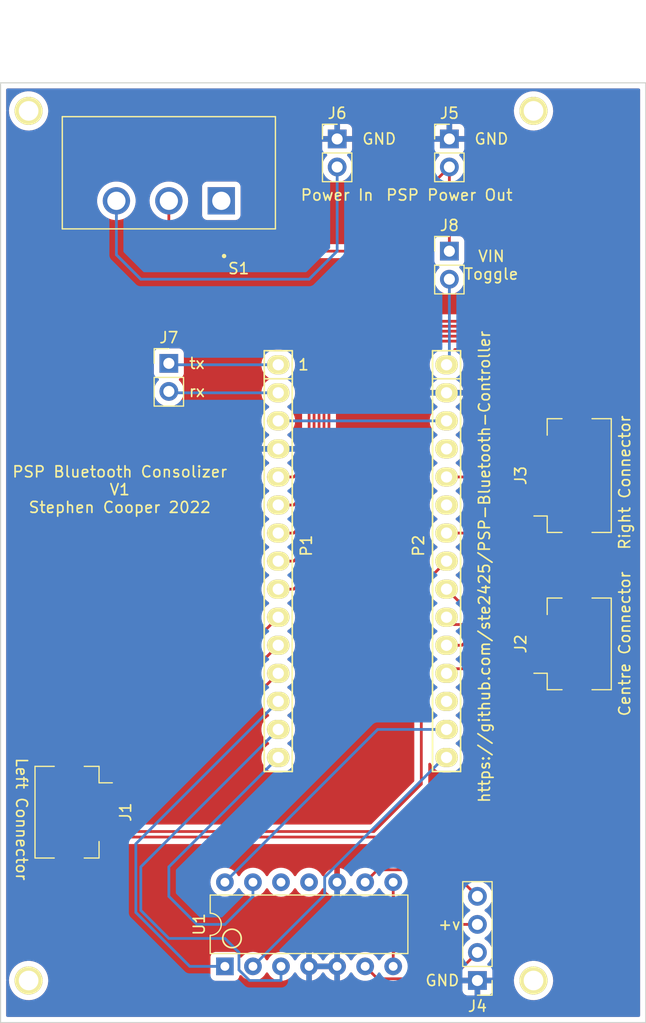
<source format=kicad_pcb>
(kicad_pcb (version 20211014) (generator pcbnew)
  (title_block (date "jeu. 02 avril 2015"))
  (layers (0 "F.Cu" signal) (31 "B.Cu" signal) (34 "B.Paste" user) (35 "F.Paste" user) (36 "B.SilkS" user "B.Silkscreen") (37 "F.SilkS" user "F.Silkscreen") (38 "B.Mask" user) (39 "F.Mask" user) (44 "Edge.Cuts" user))
  (net 0 "")
  (net 1 "/1(Tx)")
  (net 2 "/0(Rx)")
  (net 3 "/Reset")
  (net 4 "GND")
  (net 5 "/2")
  (net 6 "/3(**)")
  (net 7 "/4")
  (net 8 "/5(**)")
  (net 9 "/6(**)")
  (net 10 "/7")
  (net 11 "/8")
  (net 12 "/9(**)")
  (net 13 "/A4 (D18)")
  (net 14 "+5V")
  (net 15 "/A5 (D19)")
  (net 16 "/A0 (D14)")
  (net 19 "/A1 (D15)")
  (net 21 "/A2 (D16)")
  (net 22 "/A3 (D17)")
  (net 23 "/AREF")
  (net 24 "/13(SCK)")
  (net 25 "+3V3")
  (net 26 "/12(MISO)")
  (net 27 "/10(**{slash}SS)")
  (net 28 "/11(**{slash}MOSI)")
  (net 33 "/A7 (D21)")
  (net 38 "Net-(J4-Pad2)")
  (net 39 "Net-(J4-Pad3)")
  (net 40 "Net-(J4-Pad4)")
  (net 41 "VIN")
  (net 42 "Net-(J6-Pad2)")
  (net 43 "/A6 (D20)")
  (net 47 "Net-(J5-Pad2)")
  (footprint "Socket_Arduino_Nano:Socket_Strip_Arduino_1x15" (layer "F.Cu") (at 139.446 71.247 -90)
    (fp_text reference "P1" (at 16.383 -2.54 -90) (layer "F.SilkS"))
    (fp_text value "Digital")
    (fp_line (start 1.27 -1.27) (end 36.83 -1.27) (layer "F.SilkS") (width 0.15))
    (fp_line (start -1.27 1.27) (end 1.27 1.27) (layer "F.SilkS") (width 0.15))
    (fp_line (start 36.83 1.27) (end 1.27 1.27) (layer "F.SilkS") (width 0.15))
    (fp_line (start 36.83 -1.27) (end 36.83 1.27) (layer "F.SilkS") (width 0.15))
    (fp_line (start 1.27 -1.27) (end -1.27 -1.27) (layer "F.SilkS") (width 0.15))
    (fp_line (start -1.27 -1.27) (end -1.27 1.27) (layer "F.SilkS") (width 0.15))
    (fp_line (start 1.27 1.27) (end 1.27 -1.27) (layer "F.SilkS") (width 0.15))
    (pad "1" thru_hole oval locked (at 0 0 270) (size 1.7272 2.032) (drill 1.016) (layers *.Cu *.Mask "F.SilkS") (net 1 "/1(Tx)"))
    (pad "2" thru_hole oval locked (at 2.54 0 270) (size 1.7272 2.032) (drill 1.016) (layers *.Cu *.Mask "F.SilkS") (net 2 "/0(Rx)"))
    (pad "3" thru_hole oval locked (at 5.08 0 270) (size 1.7272 2.032) (drill 1.016) (layers *.Cu *.Mask "F.SilkS") (net 3 "/Reset"))
    (pad "4" thru_hole oval locked (at 7.62 0 270) (size 1.7272 2.032) (drill 1.016) (layers *.Cu *.Mask "F.SilkS") (net 4 "GND"))
    (pad "5" thru_hole oval locked (at 10.16 0 270) (size 1.7272 2.032) (drill 1.016) (layers *.Cu *.Mask "F.SilkS") (net 5 "/2"))
    (pad "6" thru_hole oval locked (at 12.7 0 270) (size 1.7272 2.032) (drill 1.016) (layers *.Cu *.Mask "F.SilkS") (net 6 "/3(**)"))
    (pad "7" thru_hole oval locked (at 15.24 0 270) (size 1.7272 2.032) (drill 1.016) (layers *.Cu *.Mask "F.SilkS") (net 7 "/4"))
    (pad "8" thru_hole oval locked (at 17.78 0 270) (size 1.7272 2.032) (drill 1.016) (layers *.Cu *.Mask "F.SilkS") (net 8 "/5(**)"))
    (pad "9" thru_hole oval locked (at 20.32 0 270) (size 1.7272 2.032) (drill 1.016) (layers *.Cu *.Mask "F.SilkS") (net 9 "/6(**)"))
    (pad "10" thru_hole oval locked (at 22.86 0 270) (size 1.7272 2.032) (drill 1.016) (layers *.Cu *.Mask "F.SilkS") (net 10 "/7"))
    (pad "11" thru_hole oval locked (at 25.4 0 270) (size 1.7272 2.032) (drill 1.016) (layers *.Cu *.Mask "F.SilkS") (net 11 "/8"))
    (pad "12" thru_hole oval locked (at 27.94 0 270) (size 1.7272 2.032) (drill 1.016) (layers *.Cu *.Mask "F.SilkS") (net 12 "/9(**)"))
    (pad "13" thru_hole oval locked (at 30.48 0 270) (size 1.7272 2.032) (drill 1.016) (layers *.Cu *.Mask "F.SilkS") (net 27 "/10(**{slash}SS)"))
    (pad "14" thru_hole oval locked (at 33.02 0 270) (size 1.7272 2.032) (drill 1.016) (layers *.Cu *.Mask "F.SilkS") (net 28 "/11(**{slash}MOSI)"))
    (pad "15" thru_hole oval locked (at 35.56 0 270) (size 1.7272 2.032) (drill 1.016) (layers *.Cu *.Mask "F.SilkS") (net 26 "/12(MISO)"))
  )
  (footprint "Socket_Arduino_Nano:Socket_Strip_Arduino_1x15" (layer "F.Cu") (at 154.686 71.247 -90)
    (fp_text reference "P2" (at 16.383 2.54 -90) (layer "F.SilkS"))
    (fp_text value "Analog")
    (fp_line (start -1.27 -1.27) (end -1.27 1.27) (layer "F.SilkS") (width 0.15))
    (fp_line (start 1.27 -1.27) (end -1.27 -1.27) (layer "F.SilkS") (width 0.15))
    (fp_line (start 36.83 -1.27) (end 36.83 1.27) (layer "F.SilkS") (width 0.15))
    (fp_line (start 1.27 -1.27) (end 36.83 -1.27) (layer "F.SilkS") (width 0.15))
    (fp_line (start 1.27 1.27) (end 1.27 -1.27) (layer "F.SilkS") (width 0.15))
    (fp_line (start -1.27 1.27) (end 1.27 1.27) (layer "F.SilkS") (width 0.15))
    (fp_line (start 36.83 1.27) (end 1.27 1.27) (layer "F.SilkS") (width 0.15))
    (pad "1" thru_hole oval locked (at 0 0 270) (size 1.7272 2.032) (drill 1.016) (layers *.Cu *.Mask "F.SilkS") (net 41 "VIN"))
    (pad "2" thru_hole oval locked (at 2.54 0 270) (size 1.7272 2.032) (drill 1.016) (layers *.Cu *.Mask "F.SilkS") (net 4 "GND"))
    (pad "3" thru_hole oval locked (at 5.08 0 270) (size 1.7272 2.032) (drill 1.016) (layers *.Cu *.Mask "F.SilkS") (net 3 "/Reset"))
    (pad "4" thru_hole oval locked (at 7.62 0 270) (size 1.7272 2.032) (drill 1.016) (layers *.Cu *.Mask "F.SilkS") (net 14 "+5V"))
    (pad "5" thru_hole oval locked (at 10.16 0 270) (size 1.7272 2.032) (drill 1.016) (layers *.Cu *.Mask "F.SilkS") (net 33 "/A7 (D21)"))
    (pad "6" thru_hole oval locked (at 12.7 0 270) (size 1.7272 2.032) (drill 1.016) (layers *.Cu *.Mask "F.SilkS") (net 43 "/A6 (D20)"))
    (pad "7" thru_hole oval locked (at 15.24 0 270) (size 1.7272 2.032) (drill 1.016) (layers *.Cu *.Mask "F.SilkS") (net 15 "/A5 (D19)"))
    (pad "8" thru_hole oval locked (at 17.78 0 270) (size 1.7272 2.032) (drill 1.016) (layers *.Cu *.Mask "F.SilkS") (net 13 "/A4 (D18)"))
    (pad "9" thru_hole oval locked (at 20.32 0 270) (size 1.7272 2.032) (drill 1.016) (layers *.Cu *.Mask "F.SilkS") (net 22 "/A3 (D17)"))
    (pad "10" thru_hole oval locked (at 22.86 0 270) (size 1.7272 2.032) (drill 1.016) (layers *.Cu *.Mask "F.SilkS") (net 21 "/A2 (D16)"))
    (pad "11" thru_hole oval locked (at 25.4 0 270) (size 1.7272 2.032) (drill 1.016) (layers *.Cu *.Mask "F.SilkS") (net 19 "/A1 (D15)"))
    (pad "12" thru_hole oval locked (at 27.94 0 270) (size 1.7272 2.032) (drill 1.016) (layers *.Cu *.Mask "F.SilkS") (net 16 "/A0 (D14)"))
    (pad "13" thru_hole oval locked (at 30.48 0 270) (size 1.7272 2.032) (drill 1.016) (layers *.Cu *.Mask "F.SilkS") (net 23 "/AREF"))
    (pad "14" thru_hole oval locked (at 33.02 0 270) (size 1.7272 2.032) (drill 1.016) (layers *.Cu *.Mask "F.SilkS") (net 25 "+3V3"))
    (pad "15" thru_hole oval locked (at 35.56 0 270) (size 1.7272 2.032) (drill 1.016) (layers *.Cu *.Mask "F.SilkS") (net 24 "/13(SCK)"))
  )
  (footprint "Socket_Arduino_Nano:1pin_Nano" (layer "F.Cu") (at 116.84 48.26)
    (fp_text reference "P3" hide)
    (fp_text value "CONN_01X01" hide)
    (pad "1" thru_hole circle locked (at 0 0) (size 2.54 2.54) (drill 1.778) (layers *.Cu *.Mask "F.SilkS"))
  )
  (footprint "Socket_Arduino_Nano:1pin_Nano" (layer "F.Cu") (at 116.84 127)
    (fp_text reference "P4" hide)
    (fp_text value "CONN_01X01" hide)
    (pad "1" thru_hole circle locked (at 0 0) (size 2.54 2.54) (drill 1.778) (layers *.Cu *.Mask "F.SilkS"))
  )
  (footprint "Socket_Arduino_Nano:1pin_Nano" (layer "F.Cu") (at 162.56 127)
    (fp_text reference "P5" hide)
    (fp_text value "CONN_01X01" hide)
    (pad "1" thru_hole circle locked (at 0 0) (size 2.54 2.54) (drill 1.778) (layers *.Cu *.Mask "F.SilkS"))
  )
  (footprint "Socket_Arduino_Nano:1pin_Nano" (layer "F.Cu") (at 162.56 48.26)
    (fp_text reference "P6" hide)
    (fp_text value "CONN_01X01" hide)
    (pad "1" thru_hole circle locked (at 0 0) (size 2.54 2.54) (drill 1.778) (layers *.Cu *.Mask "F.SilkS"))
  )
  (footprint "L102021ML04Q:SW_L102021ML04Q" (layer "F.Cu") (at 129.54 56.4025 180)
    (fp_text reference "S1" (at -6.325 -6.135) (layer "F.SilkS"))
    (fp_text value "L102021ML04Q")
    (fp_line (start -9.65 7.62) (end -9.65 -2.54) (layer "F.SilkS") (width 0.127))
    (fp_line (start 9.65 -2.54) (end 9.65 7.62) (layer "F.SilkS") (width 0.127))
    (fp_line (start 9.65 7.62) (end -9.65 7.62) (layer "F.SilkS") (width 0.127))
    (fp_line (start -9.65 -2.54) (end 9.65 -2.54) (layer "F.SilkS") (width 0.127))
    (fp_circle (center -5 -5) (end -4.9 -5) (layer "F.SilkS") (width 0.2) (fill none))
    (pad "1" thru_hole rect (at -4.75 0 180) (size 2.475 2.475) (drill 1.65) (layers *.Cu *.Mask))
    (pad "2" thru_hole circle (at 0 0 180) (size 2.475 2.475) (drill 1.65) (layers *.Cu *.Mask) (net 47 "Net-(J5-Pad2)"))
    (pad "3" thru_hole circle (at 4.75 0 180) (size 2.475 2.475) (drill 1.65) (layers *.Cu *.Mask) (net 42 "Net-(J6-Pad2)"))
  )
  (footprint "Package_DIP:DIP-14_W7.62mm" (layer "F.Cu") (at 134.615 125.72 90)
    (fp_text reference "U1" (at 3.81 -2.33 90) (layer "F.SilkS"))
    (fp_text value "MCP4251-xxxx-P")
    (fp_line (start 2.81 -1.33) (end 1.16 -1.33) (layer "F.SilkS") (width 0.12))
    (fp_line (start 1.16 16.57) (end 6.46 16.57) (layer "F.SilkS") (width 0.12))
    (fp_line (start 6.46 -1.33) (end 4.81 -1.33) (layer "F.SilkS") (width 0.12))
    (fp_line (start 6.46 16.57) (end 6.46 -1.33) (layer "F.SilkS") (width 0.12))
    (fp_line (start 1.16 -1.33) (end 1.16 16.57) (layer "F.SilkS") (width 0.12))
    (fp_arc (start 4.81 -1.33) (mid 3.81 -0.33) (end 2.81 -1.33) (layer "F.SilkS") (width 0.12))
    (pad "1" thru_hole rect (at 0 0 90) (size 1.6 1.6) (drill 0.8) (layers *.Cu *.Mask) (net 27 "/10(**{slash}SS)"))
    (pad "2" thru_hole oval (at 0 2.54 90) (size 1.6 1.6) (drill 0.8) (layers *.Cu *.Mask) (net 24 "/13(SCK)"))
    (pad "3" thru_hole oval (at 0 5.08 90) (size 1.6 1.6) (drill 0.8) (layers *.Cu *.Mask) (net 28 "/11(**{slash}MOSI)"))
    (pad "4" thru_hole oval (at 0 7.62 90) (size 1.6 1.6) (drill 0.8) (layers *.Cu *.Mask) (net 4 "GND"))
    (pad "5" thru_hole oval (at 0 10.16 90) (size 1.6 1.6) (drill 0.8) (layers *.Cu *.Mask) (net 4 "GND"))
    (pad "6" thru_hole oval (at 0 12.7 90) (size 1.6 1.6) (drill 0.8) (layers *.Cu *.Mask) (net 38 "Net-(J4-Pad2)"))
    (pad "7" thru_hole oval (at 0 15.24 90) (size 1.6 1.6) (drill 0.8) (layers *.Cu *.Mask) (net 39 "Net-(J4-Pad3)"))
    (pad "8" thru_hole oval (at 7.62 15.24 90) (size 1.6 1.6) (drill 0.8) (layers *.Cu *.Mask) (net 39 "Net-(J4-Pad3)"))
    (pad "9" thru_hole oval (at 7.62 12.7 90) (size 1.6 1.6) (drill 0.8) (layers *.Cu *.Mask) (net 40 "Net-(J4-Pad4)"))
    (pad "10" thru_hole oval (at 7.62 10.16 90) (size 1.6 1.6) (drill 0.8) (layers *.Cu *.Mask) (net 4 "GND"))
    (pad "11" thru_hole oval (at 7.62 7.62 90) (size 1.6 1.6) (drill 0.8) (layers *.Cu *.Mask))
    (pad "12" thru_hole oval (at 7.62 5.08 90) (size 1.6 1.6) (drill 0.8) (layers *.Cu *.Mask))
    (pad "13" thru_hole oval (at 7.62 2.54 90) (size 1.6 1.6) (drill 0.8) (layers *.Cu *.Mask) (net 26 "/12(MISO)"))
    (pad "14" thru_hole oval (at 7.62 0 90) (size 1.6 1.6) (drill 0.8) (layers *.Cu *.Mask) (net 25 "+3V3"))
  )
  (footprint "Connector_PinHeader_2.54mm:PinHeader_1x02_P2.54mm_Vertical" (layer "F.Cu") (at 129.54 71.12)
    (fp_text reference "J7" (at 0 -2.33) (layer "F.SilkS"))
    (fp_text value "Serial")
    (fp_line (start -1.33 -1.33) (end 0 -1.33) (layer "F.SilkS") (width 0.12))
    (fp_line (start 1.33 1.27) (end 1.33 3.87) (layer "F.SilkS") (width 0.12))
    (fp_line (start -1.33 3.87) (end 1.33 3.87) (layer "F.SilkS") (width 0.12))
    (fp_line (start -1.33 1.27) (end -1.33 3.87) (layer "F.SilkS") (width 0.12))
    (fp_line (start -1.33 0) (end -1.33 -1.33) (layer "F.SilkS") (width 0.12))
    (fp_line (start -1.33 1.27) (end 1.33 1.27) (layer "F.SilkS") (width 0.12))
    (pad "1" thru_hole rect (at 0 0) (size 1.7 1.7) (drill 1) (layers *.Cu *.Mask) (net 1 "/1(Tx)"))
    (pad "2" thru_hole oval (at 0 2.54) (size 1.7 1.7) (drill 1) (layers *.Cu *.Mask) (net 2 "/0(Rx)"))
  )
  (footprint "Connector_FFC-FPC:Hirose_FH12-14S-0.5SH_1x14-1MP_P0.50mm_Horizontal" (layer "F.Cu") (at 165.1 81.28 90)
    (fp_text reference "J3" (at 0 -3.7 90) (layer "F.SilkS"))
    (fp_text value "Right Connector")
    (fp_line (start 3.66 -1.3) (end 5.15 -1.3) (layer "F.SilkS") (width 0.12))
    (fp_line (start -3.66 -1.3) (end -5.15 -1.3) (layer "F.SilkS") (width 0.12))
    (fp_line (start -5.15 4.5) (end 5.15 4.5) (layer "F.SilkS") (width 0.12))
    (fp_line (start 5.15 4.5) (end 5.15 2.76) (layer "F.SilkS") (width 0.12))
    (fp_line (start -3.66 -1.3) (end -3.66 -2.5) (layer "F.SilkS") (width 0.12))
    (fp_line (start -5.15 2.76) (end -5.15 4.5) (layer "F.SilkS") (width 0.12))
    (fp_line (start -5.15 -1.3) (end -5.15 0.04) (layer "F.SilkS") (width 0.12))
    (fp_line (start 5.15 -1.3) (end 5.15 0.04) (layer "F.SilkS") (width 0.12))
    (pad "1" smd rect (at -3.25 -1.85 90) (size 0.3 1.3) (layers "F.Cu" "F.Paste" "F.Mask") (net 9 "/6(**)"))
    (pad "2" smd rect (at -2.75 -1.85 90) (size 0.3 1.3) (layers "F.Cu" "F.Paste" "F.Mask") (net 8 "/5(**)"))
    (pad "3" smd rect (at -2.25 -1.85 90) (size 0.3 1.3) (layers "F.Cu" "F.Paste" "F.Mask") (net 7 "/4"))
    (pad "4" smd rect (at -1.75 -1.85 90) (size 0.3 1.3) (layers "F.Cu" "F.Paste" "F.Mask") (net 6 "/3(**)"))
    (pad "5" smd rect (at -1.25 -1.85 90) (size 0.3 1.3) (layers "F.Cu" "F.Paste" "F.Mask") (net 5 "/2"))
    (pad "6" smd rect (at -0.75 -1.85 90) (size 0.3 1.3) (layers "F.Cu" "F.Paste" "F.Mask") (net 4 "GND"))
    (pad "7" smd rect (at -0.25 -1.85 90) (size 0.3 1.3) (layers "F.Cu" "F.Paste" "F.Mask") (net 4 "GND"))
    (pad "8" smd rect (at 0.25 -1.85 90) (size 0.3 1.3) (layers "F.Cu" "F.Paste" "F.Mask") (net 4 "GND"))
    (pad "9" smd rect (at 0.75 -1.85 90) (size 0.3 1.3) (layers "F.Cu" "F.Paste" "F.Mask") (net 4 "GND"))
    (pad "10" smd rect (at 1.25 -1.85 90) (size 0.3 1.3) (layers "F.Cu" "F.Paste" "F.Mask") (net 33 "/A7 (D21)"))
    (pad "11" smd rect (at 1.75 -1.85 90) (size 0.3 1.3) (layers "F.Cu" "F.Paste" "F.Mask"))
    (pad "12" smd rect (at 2.25 -1.85 90) (size 0.3 1.3) (layers "F.Cu" "F.Paste" "F.Mask"))
    (pad "13" smd rect (at 2.75 -1.85 90) (size 0.3 1.3) (layers "F.Cu" "F.Paste" "F.Mask"))
    (pad "14" smd rect (at 3.25 -1.85 90) (size 0.3 1.3) (layers "F.Cu" "F.Paste" "F.Mask"))
    (pad "MP" smd rect (at -5.15 1.4 90) (size 1.8 2.2) (layers "F.Cu" "F.Paste" "F.Mask"))
    (pad "MP" smd rect (at 5.15 1.4 90) (size 1.8 2.2) (layers "F.Cu" "F.Paste" "F.Mask"))
  )
  (footprint "Connector_PinHeader_2.54mm:PinHeader_1x04_P2.54mm_Vertical" (layer "F.Cu") (at 157.48 127 180)
    (fp_text reference "J4" (at 0 -2.33) (layer "F.SilkS"))
    (fp_text value "Analog Connector")
    (fp_line (start -1.33 8.95) (end 1.33 8.95) (layer "F.SilkS") (width 0.12))
    (fp_line (start -1.33 -1.33) (end 0 -1.33) (layer "F.SilkS") (width 0.12))
    (fp_line (start -1.33 1.27) (end 1.33 1.27) (layer "F.SilkS") (width 0.12))
    (fp_line (start -1.33 1.27) (end -1.33 8.95) (layer "F.SilkS") (width 0.12))
    (fp_line (start -1.33 0) (end -1.33 -1.33) (layer "F.SilkS") (width 0.12))
    (fp_line (start 1.33 1.27) (end 1.33 8.95) (layer "F.SilkS") (width 0.12))
    (pad "1" thru_hole rect (at 0 0 180) (size 1.7 1.7) (drill 1) (layers *.Cu *.Mask) (net 4 "GND"))
    (pad "2" thru_hole oval (at 0 2.54 180) (size 1.7 1.7) (drill 1) (layers *.Cu *.Mask) (net 38 "Net-(J4-Pad2)"))
    (pad "3" thru_hole oval (at 0 5.08 180) (size 1.7 1.7) (drill 1) (layers *.Cu *.Mask) (net 39 "Net-(J4-Pad3)"))
    (pad "4" thru_hole oval (at 0 7.62 180) (size 1.7 1.7) (drill 1) (layers *.Cu *.Mask) (net 40 "Net-(J4-Pad4)"))
  )
  (footprint "Connector_PinHeader_2.54mm:PinHeader_1x02_P2.54mm_Vertical" (layer "F.Cu") (at 154.94 50.8)
    (fp_text reference "J5" (at 0 -2.33) (layer "F.SilkS"))
    (fp_text value "PSP Power out")
    (fp_line (start -1.33 -1.33) (end 0 -1.33) (layer "F.SilkS") (width 0.12))
    (fp_line (start -1.33 0) (end -1.33 -1.33) (layer "F.SilkS") (width 0.12))
    (fp_line (start -1.33 1.27) (end -1.33 3.87) (layer "F.SilkS") (width 0.12))
    (fp_line (start -1.33 1.27) (end 1.33 1.27) (layer "F.SilkS") (width 0.12))
    (fp_line (start 1.33 1.27) (end 1.33 3.87) (layer "F.SilkS") (width 0.12))
    (fp_line (start -1.33 3.87) (end 1.33 3.87) (layer "F.SilkS") (width 0.12))
    (pad "1" thru_hole rect (at 0 0) (size 1.7 1.7) (drill 1) (layers *.Cu *.Mask) (net 4 "GND"))
    (pad "2" thru_hole oval (at 0 2.54) (size 1.7 1.7) (drill 1) (layers *.Cu *.Mask) (net 47 "Net-(J5-Pad2)"))
  )
  (footprint "Connector_FFC-FPC:Hirose_FH12-10S-0.5SH_1x10-1MP_P0.50mm_Horizontal" (layer "F.Cu") (at 121.92 111.76 -90)
    (fp_text reference "J1" (at 0 -3.7 90) (layer "F.SilkS"))
    (fp_text value "Left Connector")
    (fp_line (start 4.15 -1.3) (end 4.15 0.04) (layer "F.SilkS") (width 0.12))
    (fp_line (start -4.15 2.76) (end -4.15 4.5) (layer "F.SilkS") (width 0.12))
    (fp_line (start 2.66 -1.3) (end 4.15 -1.3) (layer "F.SilkS") (width 0.12))
    (fp_line (start -4.15 -1.3) (end -4.15 0.04) (layer "F.SilkS") (width 0.12))
    (fp_line (start -2.66 -1.3) (end -4.15 -1.3) (layer "F.SilkS") (width 0.12))
    (fp_line (start 4.15 4.5) (end 4.15 2.76) (layer "F.SilkS") (width 0.12))
    (fp_line (start -4.15 4.5) (end 4.15 4.5) (layer "F.SilkS") (width 0.12))
    (fp_line (start -2.66 -1.3) (end -2.66 -2.5) (layer "F.SilkS") (width 0.12))
    (pad "1" smd rect (at -2.25 -1.85 270) (size 0.3 1.3) (layers "F.Cu" "F.Paste" "F.Mask") (net 4 "GND"))
    (pad "2" smd rect (at -1.75 -1.85 270) (size 0.3 1.3) (layers "F.Cu" "F.Paste" "F.Mask") (net 4 "GND"))
    (pad "3" smd rect (at -1.25 -1.85 270) (size 0.3 1.3) (layers "F.Cu" "F.Paste" "F.Mask") (net 4 "GND"))
    (pad "4" smd rect (at -0.75 -1.85 270) (size 0.3 1.3) (layers "F.Cu" "F.Paste" "F.Mask") (net 4 "GND"))
    (pad "5" smd rect (at -0.25 -1.85 270) (size 0.3 1.3) (layers "F.Cu" "F.Paste" "F.Mask") (net 4 "GND"))
    (pad "6" smd rect (at 0.25 -1.85 270) (size 0.3 1.3) (layers "F.Cu" "F.Paste" "F.Mask") (net 10 "/7"))
    (pad "7" smd rect (at 0.75 -1.85 270) (size 0.3 1.3) (layers "F.Cu" "F.Paste" "F.Mask") (net 11 "/8"))
    (pad "8" smd rect (at 1.25 -1.85 270) (size 0.3 1.3) (layers "F.Cu" "F.Paste" "F.Mask") (net 12 "/9(**)"))
    (pad "9" smd rect (at 1.75 -1.85 270) (size 0.3 1.3) (layers "F.Cu" "F.Paste" "F.Mask") (net 13 "/A4 (D18)"))
    (pad "10" smd rect (at 2.25 -1.85 270) (size 0.3 1.3) (layers "F.Cu" "F.Paste" "F.Mask") (net 15 "/A5 (D19)"))
    (pad "MP" smd rect (at -4.15 1.4 270) (size 1.8 2.2) (layers "F.Cu" "F.Paste" "F.Mask"))
    (pad "MP" smd rect (at 4.15 1.4 270) (size 1.8 2.2) (layers "F.Cu" "F.Paste" "F.Mask"))
  )
  (footprint "Connector_PinHeader_2.54mm:PinHeader_1x02_P2.54mm_Vertical" (layer "F.Cu") (at 154.94 60.96)
    (fp_text reference "J8" (at 0 -2.33) (layer "F.SilkS"))
    (fp_text value "Vin Toggle")
    (fp_line (start 1.33 1.27) (end 1.33 3.87) (layer "F.SilkS") (width 0.12))
    (fp_line (start -1.33 1.27) (end 1.33 1.27) (layer "F.SilkS") (width 0.12))
    (fp_line (start -1.33 1.27) (end -1.33 3.87) (layer "F.SilkS") (width 0.12))
    (fp_line (start -1.33 3.87) (end 1.33 3.87) (layer "F.SilkS") (width 0.12))
    (fp_line (start -1.33 0) (end -1.33 -1.33) (layer "F.SilkS") (width 0.12))
    (fp_line (start -1.33 -1.33) (end 0 -1.33) (layer "F.SilkS") (width 0.12))
    (pad "1" thru_hole rect (at 0 0) (size 1.7 1.7) (drill 1) (layers *.Cu *.Mask) (net 47 "Net-(J5-Pad2)"))
    (pad "2" thru_hole oval (at 0 2.54) (size 1.7 1.7) (drill 1) (layers *.Cu *.Mask) (net 41 "VIN"))
  )
  (footprint "Connector_PinHeader_2.54mm:PinHeader_1x02_P2.54mm_Vertical" (layer "F.Cu") (at 144.78 50.8)
    (fp_text reference "J6" (at 0 -2.33) (layer "F.SilkS"))
    (fp_text value "Power IN")
    (fp_line (start 1.33 1.27) (end 1.33 3.87) (layer "F.SilkS") (width 0.12))
    (fp_line (start -1.33 1.27) (end -1.33 3.87) (layer "F.SilkS") (width 0.12))
    (fp_line (start -1.33 0) (end -1.33 -1.33) (layer "F.SilkS") (width 0.12))
    (fp_line (start -1.33 3.87) (end 1.33 3.87) (layer "F.SilkS") (width 0.12))
    (fp_line (start -1.33 1.27) (end 1.33 1.27) (layer "F.SilkS") (width 0.12))
    (fp_line (start -1.33 -1.33) (end 0 -1.33) (layer "F.SilkS") (width 0.12))
    (pad "1" thru_hole rect (at 0 0) (size 1.7 1.7) (drill 1) (layers *.Cu *.Mask) (net 4 "GND"))
    (pad "2" thru_hole oval (at 0 2.54) (size 1.7 1.7) (drill 1) (layers *.Cu *.Mask) (net 42 "Net-(J6-Pad2)"))
  )
  (footprint "Connector_FFC-FPC:Hirose_FH12-10S-0.5SH_1x10-1MP_P0.50mm_Horizontal" (layer "F.Cu") (at 165.1 96.52 90)
    (fp_text reference "J2" (at 0 -3.7 90) (layer "F.SilkS"))
    (fp_text value "Center Connector")
    (fp_line (start -4.15 -1.3) (end -4.15 0.04) (layer "F.SilkS") (width 0.12))
    (fp_line (start -2.66 -1.3) (end -2.66 -2.5) (layer "F.SilkS") (width 0.12))
    (fp_line (start -2.66 -1.3) (end -4.15 -1.3) (layer "F.SilkS") (width 0.12))
    (fp_line (start -4.15 2.76) (end -4.15 4.5) (layer "F.SilkS") (width 0.12))
    (fp_line (start 4.15 4.5) (end 4.15 2.76) (layer "F.SilkS") (width 0.12))
    (fp_line (start 4.15 -1.3) (end 4.15 0.04) (layer "F.SilkS") (width 0.12))
    (fp_line (start 2.66 -1.3) (end 4.15 -1.3) (layer "F.SilkS") (width 0.12))
    (fp_line (start -4.15 4.5) (end 4.15 4.5) (layer "F.SilkS") (width 0.12))
    (pad "1" smd rect (at -2.25 -1.85 90) (size 0.3 1.3) (layers "F.Cu" "F.Paste" "F.Mask") (net 16 "/A0 (D14)"))
    (pad "2" smd rect (at -1.75 -1.85 90) (size 0.3 1.3) (layers "F.Cu" "F.Paste" "F.Mask"))
    (pad "3" smd rect (at -1.25 -1.85 90) (size 0.3 1.3) (layers "F.Cu" "F.Paste" "F.Mask"))
    (pad "4" smd rect (at -0.75 -1.85 90) (size 0.3 1.3) (layers "F.Cu" "F.Paste" "F.Mask") (net 4 "GND"))
    (pad "5" smd rect (at -0.25 -1.85 90) (size 0.3 1.3) (layers "F.Cu" "F.Paste" "F.Mask") (net 4 "GND"))
    (pad "6" smd rect (at 0.25 -1.85 90) (size 0.3 1.3) (layers "F.Cu" "F.Paste" "F.Mask") (net 4 "GND"))
    (pad "7" smd rect (at 0.75 -1.85 90) (size 0.3 1.3) (layers "F.Cu" "F.Paste" "F.Mask") (net 19 "/A1 (D15)"))
    (pad "8" smd rect (at 1.25 -1.85 90) (size 0.3 1.3) (layers "F.Cu" "F.Paste" "F.Mask"))
    (pad "9" smd rect (at 1.75 -1.85 90) (size 0.3 1.3) (layers "F.Cu" "F.Paste" "F.Mask") (net 21 "/A2 (D16)"))
    (pad "10" smd rect (at 2.25 -1.85 90) (size 0.3 1.3) (layers "F.Cu" "F.Paste" "F.Mask") (net 22 "/A3 (D17)"))
    (pad "MP" smd rect (at 4.15 1.4 90) (size 1.8 2.2) (layers "F.Cu" "F.Paste" "F.Mask"))
    (pad "MP" smd rect (at -4.15 1.4 90) (size 1.8 2.2) (layers "F.Cu" "F.Paste" "F.Mask"))
  )
  (gr_circle (center 135.255 123.19) (end 135.89 123.735) (layer "F.SilkS") (width 0.15) (fill none))
  (gr_line (start 114.3 130.81) (end 172.72 130.81) (layer "Edge.Cuts") (width 0.1))
  (gr_line (start 172.72 45.72) (end 114.3 45.72) (layer "Edge.Cuts") (width 0.1))
  (gr_line (start 172.72 130.81) (end 172.72 45.72) (layer "Edge.Cuts") (width 0.1))
  (gr_line (start 114.3 45.72) (end 114.3 130.81) (layer "Edge.Cuts") (width 0.1))
  (gr_text "Power In" (at 144.78 55.88) (layer "F.SilkS") (effects (font (size 1 1))))
  (gr_text "rx" (at 132.08 73.66) (layer "F.SilkS") (effects (font (size 1 1))))
  (gr_text "+v" (at 154.94 121.92) (layer "F.SilkS") (effects (font (size 1 1))))
  (gr_text "tx" (at 132.08 71.12) (layer "F.SilkS") (effects (font (size 1 1))))
  (gr_text "GND" (at 154.305 127) (layer "F.SilkS") (effects (font (size 1 1))))
  (gr_text "Centre Connector" (at 170.815 96.52 90) (layer "F.SilkS") (effects (font (size 1 1))))
  (gr_text "GND" (at 158.75 50.8) (layer "F.SilkS") (effects (font (size 1 1))))
  (gr_text "GND" (at 148.59 50.8) (layer "F.SilkS") (effects (font (size 1 1))))
  (gr_text "VIN\nToggle" (at 158.75 62.23) (layer "F.SilkS") (effects (font (size 1 1))))
  (gr_text "https://github.com/ste2425/PSP-Bluetooth-Controller" (at 158.115 89.535 90) (layer "F.SilkS") (effects (font (size 1 1))))
  (gr_text "PSP Bluetooth Consolizer\nV1\nStephen Cooper 2022" (at 125.095 82.55) (layer "F.SilkS") (effects (font (size 1 1))))
  (gr_text "1" (at 141.732 71.247) (layer "F.SilkS") (effects (font (size 1 1))))
  (gr_text "Left Connector" (at 116.205 112.395 -90) (layer "F.SilkS") (effects (font (size 1 1))))
  (gr_text "PSP Power Out" (at 154.94 55.88) (layer "F.SilkS") (effects (font (size 1 1))))
  (gr_text "Right Connector" (at 170.815 81.915 90) (layer "F.SilkS") (effects (font (size 1 1))))
  (segment (start 129.667 71.247) (end 129.54 71.12) (width 0.25) (layer "B.Cu") (net 1))
  (segment (start 139.446 71.247) (end 129.667 71.247) (width 0.25) (layer "B.Cu") (net 1))
  (segment (start 129.667 73.787) (end 129.54 73.66) (width 0.25) (layer "B.Cu") (net 2))
  (segment (start 139.446 73.787) (end 129.667 73.787) (width 0.25) (layer "B.Cu") (net 2))
  (segment (start 154.686 76.327) (end 139.446 76.327) (width 0.25) (layer "B.Cu") (net 3))
  (segment (start 139.573 78.74) (end 139.446 78.867) (width 0.25) (layer "F.Cu") (net 4))
  (segment (start 162.300978 82.53) (end 160.84048 81.069502) (width 0.25) (layer "F.Cu") (net 5))
  (segment (start 142.24 80.01) (end 140.843 81.407) (width 0.25) (layer "F.Cu") (net 5))
  (segment (start 140.843 81.407) (end 139.446 81.407) (width 0.25) (layer "F.Cu") (net 5))
  (segment (start 160.84048 81.069502) (end 160.84048 69.85) (width 0.25) (layer "F.Cu") (net 5))
  (segment (start 142.24 69.85) (end 142.24 80.01) (width 0.25) (layer "F.Cu") (net 5))
  (segment (start 163.25 82.53) (end 162.300978 82.53) (width 0.25) (layer "F.Cu") (net 5))
  (segment (start 160.84048 69.85) (end 158.30048 67.31) (width 0.25) (layer "F.Cu") (net 5))
  (segment (start 158.30048 67.31) (end 144.78 67.31) (width 0.25) (layer "F.Cu") (net 5))
  (segment (start 144.78 67.31) (end 142.24 69.85) (width 0.25) (layer "F.Cu") (net 5))
  (segment (start 142.68952 70.036198) (end 142.68952 82.10048) (width 0.25) (layer "F.Cu") (net 6))
  (segment (start 157.92952 67.75952) (end 144.966198 67.75952) (width 0.25) (layer "F.Cu") (net 6))
  (segment (start 144.966198 67.75952) (end 142.68952 70.036198) (width 0.25) (layer "F.Cu") (net 6))
  (segment (start 160.02 69.85) (end 157.92952 67.75952) (width 0.25) (layer "F.Cu") (net 6))
  (segment (start 142.68952 82.10048) (end 140.843 83.947) (width 0.25) (layer "F.Cu") (net 6))
  (segment (start 163.25 83.03) (end 162.165261 83.03) (width 0.25) (layer "F.Cu") (net 6))
  (segment (start 160.02 80.884739) (end 160.02 69.85) (width 0.25) (layer "F.Cu") (net 6))
  (segment (start 162.165261 83.03) (end 160.02 80.884739) (width 0.25) (layer "F.Cu") (net 6))
  (segment (start 140.843 83.947) (end 139.446 83.947) (width 0.25) (layer "F.Cu") (net 6))
  (segment (start 143.13904 70.222396) (end 143.13904 84.19096) (width 0.25) (layer "F.Cu") (net 7))
  (segment (start 145.152396 68.20904) (end 143.13904 70.222396) (width 0.25) (layer "F.Cu") (net 7))
  (segment (start 159.57048 70.036198) (end 157.743322 68.20904) (width 0.25) (layer "F.Cu") (net 7))
  (segment (start 159.57048 81.070936) (end 159.57048 70.036198) (width 0.25) (layer "F.Cu") (net 7))
  (segment (start 140.843 86.487) (end 139.446 86.487) (width 0.25) (layer "F.Cu") (net 7))
  (segment (start 162.029544 83.53) (end 159.57048 81.070936) (width 0.25) (layer "F.Cu") (net 7))
  (segment (start 163.25 83.53) (end 162.029544 83.53) (width 0.25) (layer "F.Cu") (net 7))
  (segment (start 143.13904 84.19096) (end 140.843 86.487) (width 0.25) (layer "F.Cu") (net 7))
  (segment (start 157.743322 68.20904) (end 145.152396 68.20904) (width 0.25) (layer "F.Cu") (net 7))
  (segment (start 145.338594 68.65856) (end 143.58856 70.408594) (width 0.25) (layer "F.Cu") (net 8))
  (segment (start 159.12096 70.222396) (end 157.557124 68.65856) (width 0.25) (layer "F.Cu") (net 8))
  (segment (start 163.25 84.03) (end 161.893827 84.03) (width 0.25) (layer "F.Cu") (net 8))
  (segment (start 161.893827 84.03) (end 159.12096 81.257133) (width 0.25) (layer "F.Cu") (net 8))
  (segment (start 157.557124 68.65856) (end 145.338594 68.65856) (width 0.25) (layer "F.Cu") (net 8))
  (segment (start 143.58856 86.28144) (end 140.843 89.027) (width 0.25) (layer "F.Cu") (net 8))
  (segment (start 140.843 89.027) (end 139.446 89.027) (width 0.25) (layer "F.Cu") (net 8))
  (segment (start 143.58856 70.408594) (end 143.58856 86.28144) (width 0.25) (layer "F.Cu") (net 8))
  (segment (start 159.12096 81.257133) (end 159.12096 70.222396) (width 0.25) (layer "F.Cu") (net 8))
  (segment (start 144.03808 70.594792) (end 144.03808 88.37192) (width 0.25) (layer "F.Cu") (net 9))
  (segment (start 158.67144 70.408594) (end 157.370926 69.10808) (width 0.25) (layer "F.Cu") (net 9))
  (segment (start 145.524792 69.10808) (end 144.03808 70.594792) (width 0.25) (layer "F.Cu") (net 9))
  (segment (start 140.843 91.567) (end 139.446 91.567) (width 0.25) (layer "F.Cu") (net 9))
  (segment (start 163.25 84.53) (end 161.758109 84.53) (width 0.25) (layer "F.Cu") (net 9))
  (segment (start 144.03808 88.37192) (end 140.843 91.567) (width 0.25) (layer "F.Cu") (net 9))
  (segment (start 161.758109 84.53) (end 158.67144 81.443331) (width 0.25) (layer "F.Cu") (net 9))
  (segment (start 157.370926 69.10808) (end 145.524792 69.10808) (width 0.25) (layer "F.Cu") (net 9))
  (segment (start 158.67144 81.443331) (end 158.67144 70.408594) (width 0.25) (layer "F.Cu") (net 9))
  (segment (start 137.16 100.201564) (end 125.351564 112.01) (width 0.25) (layer "F.Cu") (net 10))
  (segment (start 125.351564 112.01) (end 123.77 112.01) (width 0.25) (layer "F.Cu") (net 10))
  (segment (start 139.446 94.107) (end 137.16 96.393) (width 0.25) (layer "F.Cu") (net 10))
  (segment (start 137.16 96.393) (end 137.16 100.201564) (width 0.25) (layer "F.Cu") (net 10))
  (segment (start 137.60952 100.387762) (end 137.60952 98.48348) (width 0.25) (layer "F.Cu") (net 11))
  (segment (start 123.77 112.51) (end 125.487282 112.51) (width 0.25) (layer "F.Cu") (net 11))
  (segment (start 137.60952 98.48348) (end 139.446 96.647) (width 0.25) (layer "F.Cu") (net 11))
  (segment (start 125.487282 112.51) (end 137.60952 100.387762) (width 0.25) (layer "F.Cu") (net 11))
  (segment (start 123.77 113.01) (end 125.623 113.01) (width 0.25) (layer "F.Cu") (net 12))
  (segment (start 125.623 113.01) (end 139.446 99.187) (width 0.25) (layer "F.Cu") (net 12))
  (segment (start 123.77 113.51) (end 148.11 113.51) (width 0.25) (layer "F.Cu") (net 13))
  (segment (start 152.4 91.313) (end 154.686 89.027) (width 0.25) (layer "F.Cu") (net 13))
  (segment (start 148.11 113.51) (end 152.4 109.22) (width 0.25) (layer "F.Cu") (net 13))
  (segment (start 152.4 109.22) (end 152.4 91.313) (width 0.25) (layer "F.Cu") (net 13))
  (segment (start 155.809022 114.01) (end 168.91 100.909022) (width 0.25) (layer "F.Cu") (net 15))
  (segment (start 123.77 114.01) (end 155.809022 114.01) (width 0.25) (layer "F.Cu") (net 15))
  (segment (start 168.91 100.909022) (end 168.91 92.130978) (width 0.25) (layer "F.Cu") (net 15))
  (segment (start 165.679022 88.9) (end 160.02 88.9) (width 0.25) (layer "F.Cu") (net 15))
  (segment (start 157.607 86.487) (end 154.686 86.487) (width 0.25) (layer "F.Cu") (net 15))
  (segment (start 168.91 92.130978) (end 165.679022 88.9) (width 0.25) (layer "F.Cu") (net 15))
  (segment (start 160.02 88.9) (end 157.607 86.487) (width 0.25) (layer "F.Cu") (net 15))
  (segment (start 155.103 98.77) (end 154.686 99.187) (width 0.25) (layer "F.Cu") (net 16))
  (segment (start 163.25 98.77) (end 155.103 98.77) (width 0.25) (layer "F.Cu") (net 16))
  (segment (start 156.083 96.647) (end 154.686 96.647) (width 0.25) (layer "F.Cu") (net 19))
  (segment (start 163.25 95.77) (end 156.96 95.77) (width 0.25) (layer "F.Cu") (net 19))
  (segment (start 156.96 95.77) (end 156.083 96.647) (width 0.25) (layer "F.Cu") (net 19))
  (segment (start 155.349 94.77) (end 154.686 94.107) (width 0.25) (layer "F.Cu") (net 21))
  (segment (start 163.25 94.77) (end 155.349 94.77) (width 0.25) (layer "F.Cu") (net 21))
  (segment (start 163.25 94.27) (end 157.389 94.27) (width 0.25) (layer "F.Cu") (net 22))
  (segment (start 157.389 94.27) (end 154.686 91.567) (width 0.25) (layer "F.Cu") (net 22))
  (segment (start 143.650489 117.634211) (end 154.4777 106.807) (width 0.25) (layer "B.Cu") (net 24))
  (segment (start 143.650489 119.224511) (end 143.650489 117.634211) (width 0.25) (layer "B.Cu") (net 24))
  (segment (start 137.155 125.72) (end 143.650489 119.224511) (width 0.25) (layer "B.Cu") (net 24))
  (segment (start 154.4777 106.807) (end 154.686 106.807) (width 0.25) (layer "B.Cu") (net 24))
  (segment (start 148.448 104.267) (end 154.686 104.267) (width 0.25) (layer "B.Cu") (net 25))
  (segment (start 134.615 118.1) (end 148.448 104.267) (width 0.25) (layer "B.Cu") (net 25))
  (segment (start 134.62 121.92) (end 132.08 121.92) (width 0.25) (layer "B.Cu") (net 26))
  (segment (start 129.54 116.713) (end 139.446 106.807) (width 0.25) (layer "B.Cu") (net 26))
  (segment (start 129.54 119.38) (end 129.54 116.713) (width 0.25) (layer "B.Cu") (net 26))
  (segment (start 137.155 119.385) (end 134.62 121.92) (width 0.25) (layer "B.Cu") (net 26))
  (segment (start 132.08 121.92) (end 129.54 119.38) (width 0.25) (layer "B.Cu") (net 26))
  (segment (start 137.155 118.1) (end 137.155 119.385) (width 0.25) (layer "B.Cu") (net 26))
  (segment (start 131.434283 125.72) (end 126.55048 120.836197) (width 0.25) (layer "B.Cu") (net 27))
  (segment (start 126.55048 114.62252) (end 139.446 101.727) (width 0.25) (layer "B.Cu") (net 27))
  (segment (start 126.55048 120.836197) (end 126.55048 114.62252) (width 0.25) (layer "B.Cu") (net 27))
  (segment (start 134.615 125.72) (end 131.434283 125.72) (width 0.25) (layer "B.Cu") (net 27))
  (segment (start 135.89 124.46) (end 134.62 123.19) (width 0.25) (layer "B.Cu") (net 28))
  (segment (start 129.54 123.19) (end 127 120.65) (width 0.25) (layer "B.Cu") (net 28))
  (segment (start 136.8447 127) (end 135.89 126.0453) (width 0.25) (layer "B.Cu") (net 28))
  (segment (start 127 120.65) (end 127 116.84) (width 0.25) (layer "B.Cu") (net 28))
  (segment (start 139.7 127) (end 136.8447 127) (width 0.25) (layer "B.Cu") (net 28))
  (segment (start 127 116.713) (end 139.446 104.267) (width 0.25) (layer "B.Cu") (net 28))
  (segment (start 134.62 123.19) (end 129.54 123.19) (width 0.25) (layer "B.Cu") (net 28))
  (segment (start 139.695 126.995) (end 139.7 127) (width 0.25) (layer "B.Cu") (net 28))
  (segment (start 135.89 126.0453) (end 135.89 124.46) (width 0.25) (layer "B.Cu") (net 28))
  (segment (start 139.695 125.72) (end 139.695 126.995) (width 0.25) (layer "B.Cu") (net 28))
  (segment (start 164.465 85.09) (end 161.29 85.09) (width 0.25) (layer "F.Cu") (net 33))
  (segment (start 161.29 85.09) (end 157.607 81.407) (width 0.25) (layer "F.Cu") (net 33))
  (segment (start 165.755 80.03) (end 166.37 80.645) (width 0.25) (layer "F.Cu") (net 33))
  (segment (start 157.607 81.407) (end 154.686 81.407) (width 0.25) (layer "F.Cu") (net 33))
  (segment (start 166.37 83.185) (end 164.465 85.09) (width 0.25) (layer "F.Cu") (net 33))
  (segment (start 166.37 80.645) (end 166.37 83.185) (width 0.25) (layer "F.Cu") (net 33))
  (segment (start 163.25 80.03) (end 165.755 80.03) (width 0.25) (layer "F.Cu") (net 33))
  (segment (start 148.439511 126.844511) (end 155.095489 126.844511) (width 0.25) (layer "F.Cu") (net 38))
  (segment (start 147.315 125.72) (end 148.439511 126.844511) (width 0.25) (layer "F.Cu") (net 38))
  (segment (start 155.095489 126.844511) (end 157.48 124.46) (width 0.25) (layer "F.Cu") (net 38))
  (segment (start 149.855 118.1) (end 149.855 119.375) (width 0.25) (layer "F.Cu") (net 39))
  (segment (start 149.855 124.465) (end 152.4 121.92) (width 0.25) (layer "F.Cu") (net 39))
  (segment (start 157.03048 122.36952) (end 157.48 121.92) (width 0.25) (layer "F.Cu") (net 39))
  (segment (start 149.855 125.72) (end 149.855 124.465) (width 0.25) (layer "F.Cu") (net 39))
  (segment (start 149.855 119.375) (end 152.4 121.92) (width 0.25) (layer "F.Cu") (net 39))
  (segment (start 152.4 121.92) (end 157.48 121.92) (width 0.25) (layer "F.Cu") (net 39))
  (segment (start 147.315 118.1) (end 148.439511 116.975489) (width 0.25) (layer "F.Cu") (net 40))
  (segment (start 155.075489 116.975489) (end 157.48 119.38) (width 0.25) (layer "F.Cu") (net 40))
  (segment (start 148.439511 116.975489) (end 155.075489 116.975489) (width 0.25) (layer "F.Cu") (net 40))
  (segment (start 154.686 63.754) (end 154.94 63.5) (width 0.25) (layer "F.Cu") (net 41))
  (segment (start 154.94 70.993) (end 154.686 71.247) (width 0.25) (layer "B.Cu") (net 41))
  (segment (start 154.94 63.5) (end 154.94 70.993) (width 0.25) (layer "B.Cu") (net 41))
  (segment (start 142.24 63.5) (end 144.78 60.96) (width 0.25) (layer "B.Cu") (net 42))
  (segment (start 124.79 61.29) (end 127 63.5) (width 0.25) (layer "B.Cu") (net 42))
  (segment (start 127 63.5) (end 142.24 63.5) (width 0.25) (layer "B.Cu") (net 42))
  (segment (start 124.79 56.4025) (end 124.79 61.29) (width 0.25) (layer "B.Cu") (net 42))
  (segment (start 144.78 60.96) (end 144.78 53.34) (width 0.25) (layer "B.Cu") (net 42))
  (segment (start 147.32 60.96) (end 154.94 53.34) (width 0.25) (layer "F.Cu") (net 47))
  (segment (start 129.54 56.4025) (end 129.54 58.42) (width 0.25) (layer "F.Cu") (net 47))
  (segment (start 132.08 60.96) (end 147.32 60.96) (width 0.25) (layer "F.Cu") (net 47))
  (segment (start 129.54 58.42) (end 132.08 60.96) (width 0.25) (layer "F.Cu") (net 47))
  (segment (start 154.94 53.34) (end 154.94 60.96) (width 0.25) (layer "F.Cu") (net 47))
  (zone (net 4) (net_name "GND") (layers F&B.Cu) (connect_pads (clearance 0.508)) (min_thickness 0.254) (fill yes (thermal_gap 0.508) (thermal_bridge_width 0.508))
    (polygon (pts (xy 172.72 130.81) (xy 114.3 130.81) (xy 114.3 45.72) (xy 172.72 45.72)))
  )
)
</source>
